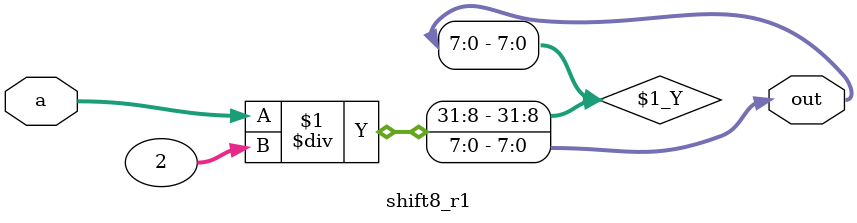
<source format=v>
module shift8_r1(
    input [7:0] a, // 输入a，2
    output [7:0] out // 输出sum
);

assign out = a / 2; // 逻辑右移

endmodule// 64位加法
</source>
